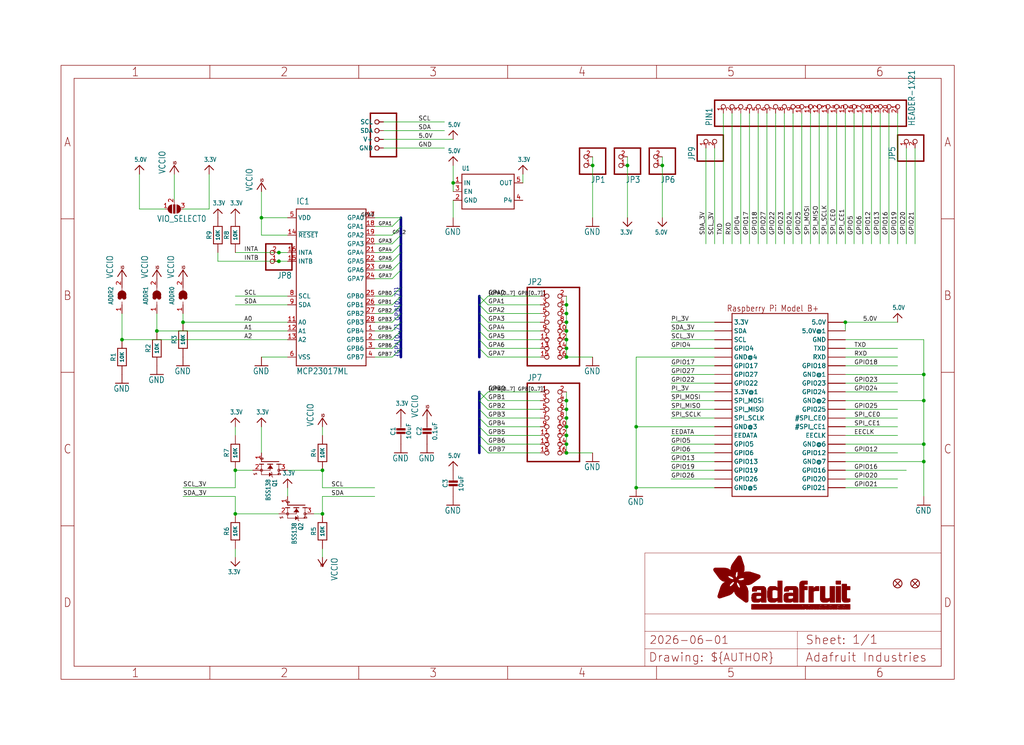
<source format=kicad_sch>
(kicad_sch (version 20230121) (generator eeschema)
  (paper "User" 298.45 217.322)
  (lib_symbols
    (symbol "working-eagle-import:3.3V" (power)
      (property "Value" "3.3V" (at -1.524 1.016 0))
      (symbol "3.3V_1_0"
        (pin power_in line (at 0 -2.54 90) (length 2.54) (name "3.3V") (number "1"))
      )
    )
    (symbol "working-eagle-import:5.0V" (power)
      (property "Value" "5.0V" (at -1.524 1.016 0))
      (symbol "5.0V_1_0"
        (pin power_in line (at 0 -2.54 90) (length 2.54) (name "5.0V") (number "1"))
      )
    )
    (symbol "working-eagle-import:CAP_CERAMIC0603_NO"
      (property "Reference" "C" (at -2.29 1.25 90))
      (symbol "CAP_CERAMIC0603_NO_1_0"
        (pin passive line (at 0 5.08 270) (length 2.54) (name "1") (number "1"))
        (pin passive line (at 0 -2.54 90) (length 2.54) (name "2") (number "2"))
      )
    )
    (symbol "working-eagle-import:CAP_CERAMIC0805-NOOUTLINE"
      (property "Reference" "C" (at -2.29 1.25 90))
      (symbol "CAP_CERAMIC0805-NOOUTLINE_1_0"
        (pin passive line (at 0 5.08 270) (length 2.54) (name "1") (number "1"))
        (pin passive line (at 0 -2.54 90) (length 2.54) (name "2") (number "2"))
      )
    )
    (symbol "working-eagle-import:FIDUCIAL_1MM")
    (symbol "working-eagle-import:FRAME_A4_ADAFRUIT"
      (symbol "FRAME_A4_ADAFRUIT_1_0"
        (text "${#}/${##}" (at 230.505 10.16 0) (effects (font (size 2.54 2.54)) (justify left bottom)))
        (text "${AUTHOR}" (at 189.23 5.08 0) (effects (font (size 2.286 2.286)) (justify left bottom)))
        (text "${CURRENT_DATE}" (at 171.45 10.16 0) (effects (font (size 2.286 2.286)) (justify left bottom)))
        (text "${PROJECTNAME}" (at 171.45 15.24 0) (effects (font (size 2.54 2.54)) (justify left bottom)))
        (text "1" (at 21.6958 1.905 0) (effects (font (size 2.54 2.286))))
        (text "1" (at 21.6958 177.165 0) (effects (font (size 2.54 2.286))))
        (text "2" (at 65.0875 1.905 0) (effects (font (size 2.54 2.286))))
        (text "2" (at 65.0875 177.165 0) (effects (font (size 2.54 2.286))))
        (text "3" (at 108.4792 1.905 0) (effects (font (size 2.54 2.286))))
        (text "3" (at 108.4792 177.165 0) (effects (font (size 2.54 2.286))))
        (text "4" (at 151.8708 1.905 0) (effects (font (size 2.54 2.286))))
        (text "4" (at 151.8708 177.165 0) (effects (font (size 2.54 2.286))))
        (text "5" (at 195.2625 1.905 0) (effects (font (size 2.54 2.286))))
        (text "5" (at 195.2625 177.165 0) (effects (font (size 2.54 2.286))))
        (text "6" (at 238.6542 1.905 0) (effects (font (size 2.54 2.286))))
        (text "6" (at 238.6542 177.165 0) (effects (font (size 2.54 2.286))))
        (text "A" (at 1.905 156.6863 0) (effects (font (size 2.54 2.286))))
        (text "A" (at 258.445 156.6863 0) (effects (font (size 2.54 2.286))))
        (text "Adafruit Industries" (at 216.916 4.953 0) (effects (font (size 2.54 2.54)) (justify left bottom)))
        (text "B" (at 1.905 111.9188 0) (effects (font (size 2.54 2.286))))
        (text "B" (at 258.445 111.9188 0) (effects (font (size 2.54 2.286))))
        (text "C" (at 1.905 67.1513 0) (effects (font (size 2.54 2.286))))
        (text "C" (at 258.445 67.1513 0) (effects (font (size 2.54 2.286))))
        (text "D" (at 1.905 22.3838 0) (effects (font (size 2.54 2.286))))
        (text "D" (at 258.445 22.3838 0) (effects (font (size 2.54 2.286))))
        (text "Drawing:" (at 171.196 4.953 0) (effects (font (size 2.54 2.54)) (justify left bottom)))
        (text "Sheet:" (at 216.916 10.033 0) (effects (font (size 2.54 2.54)) (justify left bottom)))
      )
    )
    (symbol "working-eagle-import:GND" (power)
      (property "Value" "GND" (at -2.54 -2.54 0))
      (symbol "GND_1_0"
        (pin power_in line (at 0 2.54 270) (length 2.54) (name "GND") (number "1"))
      )
    )
    (symbol "working-eagle-import:HEADER-1X21"
      (property "Reference" "PIN" (at -1.27 28.575 0))
      (symbol "HEADER-1X21_1_0"
        (pin passive inverted (at 2.54 25.4 0) (length 2.54) (name "1") (number "1"))
        (pin passive inverted (at 2.54 2.54 0) (length 2.54) (name "10") (number "10"))
        (pin passive inverted (at 2.54 0 0) (length 2.54) (name "11") (number "11"))
        (pin passive inverted (at 2.54 -2.54 0) (length 2.54) (name "12") (number "12"))
        (pin passive inverted (at 2.54 -5.08 0) (length 2.54) (name "13") (number "13"))
        (pin passive inverted (at 2.54 -7.62 0) (length 2.54) (name "14") (number "14"))
        (pin passive inverted (at 2.54 -10.16 0) (length 2.54) (name "15") (number "15"))
        (pin passive inverted (at 2.54 -12.7 0) (length 2.54) (name "16") (number "16"))
        (pin passive inverted (at 2.54 -15.24 0) (length 2.54) (name "17") (number "17"))
        (pin passive inverted (at 2.54 -17.78 0) (length 2.54) (name "18") (number "18"))
        (pin passive inverted (at 2.54 -20.32 0) (length 2.54) (name "19") (number "19"))
        (pin passive inverted (at 2.54 22.86 0) (length 2.54) (name "2") (number "2"))
        (pin passive inverted (at 2.54 -22.86 0) (length 2.54) (name "20") (number "20"))
        (pin passive inverted (at 2.54 -25.4 0) (length 2.54) (name "21") (number "21"))
        (pin passive inverted (at 2.54 20.32 0) (length 2.54) (name "3") (number "3"))
        (pin passive inverted (at 2.54 17.78 0) (length 2.54) (name "4") (number "4"))
        (pin passive inverted (at 2.54 15.24 0) (length 2.54) (name "5") (number "5"))
        (pin passive inverted (at 2.54 12.7 0) (length 2.54) (name "6") (number "6"))
        (pin passive inverted (at 2.54 10.16 0) (length 2.54) (name "7") (number "7"))
        (pin passive inverted (at 2.54 7.62 0) (length 2.54) (name "8") (number "8"))
        (pin passive inverted (at 2.54 5.08 0) (length 2.54) (name "9") (number "9"))
      )
    )
    (symbol "working-eagle-import:HEADER-1X2ROUND"
      (property "Reference" "JP" (at -6.35 5.715 0))
      (symbol "HEADER-1X2ROUND_1_0"
        (pin passive inverted (at -2.54 2.54 0) (length 2.54) (name "1") (number "1"))
        (pin passive inverted (at -2.54 0 0) (length 2.54) (name "2") (number "2"))
      )
    )
    (symbol "working-eagle-import:HEADER-2X8_SHROUDED"
      (property "Reference" "JP" (at -8.89 10.795 0))
      (symbol "HEADER-2X8_SHROUDED_1_0"
        (pin passive inverted (at -5.08 7.62 0) (length 2.54) (name "1") (number "1"))
        (pin passive inverted (at 2.54 -2.54 180) (length 2.54) (name "10") (number "10"))
        (pin passive inverted (at -5.08 -5.08 0) (length 2.54) (name "11") (number "11"))
        (pin passive inverted (at 2.54 -5.08 180) (length 2.54) (name "12") (number "12"))
        (pin passive inverted (at -5.08 -7.62 0) (length 2.54) (name "13") (number "13"))
        (pin passive inverted (at 2.54 -7.62 180) (length 2.54) (name "14") (number "14"))
        (pin passive inverted (at -5.08 -10.16 0) (length 2.54) (name "15") (number "15"))
        (pin passive inverted (at 2.54 -10.16 180) (length 2.54) (name "16") (number "16"))
        (pin passive inverted (at 2.54 7.62 180) (length 2.54) (name "2") (number "2"))
        (pin passive inverted (at -5.08 5.08 0) (length 2.54) (name "3") (number "3"))
        (pin passive inverted (at 2.54 5.08 180) (length 2.54) (name "4") (number "4"))
        (pin passive inverted (at -5.08 2.54 0) (length 2.54) (name "5") (number "5"))
        (pin passive inverted (at 2.54 2.54 180) (length 2.54) (name "6") (number "6"))
        (pin passive inverted (at -5.08 0 0) (length 2.54) (name "7") (number "7"))
        (pin passive inverted (at 2.54 0 180) (length 2.54) (name "8") (number "8"))
        (pin passive inverted (at -5.08 -2.54 0) (length 2.54) (name "9") (number "9"))
      )
    )
    (symbol "working-eagle-import:MCP23017ML"
      (property "Reference" "IC" (at -10.16 24.13 0))
      (symbol "MCP23017ML_1_0"
        (pin bidirectional line (at 12.7 -12.7 180) (length 2.54) (name "GPB4") (number "1"))
        (pin input line (at -12.7 -10.16 0) (length 2.54) (name "A0") (number "11"))
        (pin input line (at -12.7 -12.7 0) (length 2.54) (name "A1") (number "12"))
        (pin input line (at -12.7 -15.24 0) (length 2.54) (name "A2") (number "13"))
        (pin input line (at -12.7 15.24 0) (length 2.54) (name "~{RESET}") (number "14"))
        (pin output line (at -12.7 7.62 0) (length 2.54) (name "INTB") (number "15"))
        (pin output line (at -12.7 10.16 0) (length 2.54) (name "INTA") (number "16"))
        (pin bidirectional line (at 12.7 20.32 180) (length 2.54) (name "GPA0") (number "17"))
        (pin bidirectional line (at 12.7 17.78 180) (length 2.54) (name "GPA1") (number "18"))
        (pin bidirectional line (at 12.7 15.24 180) (length 2.54) (name "GPA2") (number "19"))
        (pin bidirectional line (at 12.7 -15.24 180) (length 2.54) (name "GPB5") (number "2"))
        (pin bidirectional line (at 12.7 12.7 180) (length 2.54) (name "GPA3") (number "20"))
        (pin bidirectional line (at 12.7 10.16 180) (length 2.54) (name "GPA4") (number "21"))
        (pin bidirectional line (at 12.7 7.62 180) (length 2.54) (name "GPA5") (number "22"))
        (pin bidirectional line (at 12.7 5.08 180) (length 2.54) (name "GPA6") (number "23"))
        (pin bidirectional line (at 12.7 2.54 180) (length 2.54) (name "GPA7") (number "24"))
        (pin bidirectional line (at 12.7 -2.54 180) (length 2.54) (name "GPB0") (number "25"))
        (pin bidirectional line (at 12.7 -5.08 180) (length 2.54) (name "GPB1") (number "26"))
        (pin bidirectional line (at 12.7 -7.62 180) (length 2.54) (name "GPB2") (number "27"))
        (pin bidirectional line (at 12.7 -10.16 180) (length 2.54) (name "GPB3") (number "28"))
        (pin bidirectional line (at 12.7 -17.78 180) (length 2.54) (name "GPB6") (number "3"))
        (pin bidirectional line (at 12.7 -20.32 180) (length 2.54) (name "GPB7") (number "4"))
        (pin power_in line (at -12.7 20.32 0) (length 2.54) (name "VDD") (number "5"))
        (pin power_in line (at -12.7 -20.32 0) (length 2.54) (name "VSS") (number "6"))
        (pin input line (at -12.7 -2.54 0) (length 2.54) (name "SCL") (number "8"))
        (pin bidirectional line (at -12.7 -5.08 0) (length 2.54) (name "SDA") (number "9"))
      )
    )
    (symbol "working-eagle-import:MOSFET-NWIDE"
      (property "Reference" "Q" (at 5.08 0.635 0))
      (symbol "MOSFET-NWIDE_1_0"
        (text "D" (at 3.175 3.175 0) (effects (font (size 0.8128 0.6908)) (justify left bottom)))
        (text "G" (at -1.27 -1.905 0) (effects (font (size 0.8128 0.6908)) (justify left bottom)))
        (text "S" (at 3.175 -3.81 0) (effects (font (size 0.8128 0.6908)) (justify left bottom)))
        (pin bidirectional line (at -2.54 -2.54 0) (length 2.54) (name "G") (number "1"))
        (pin bidirectional line (at 2.54 -5.08 90) (length 2.54) (name "S") (number "2"))
        (pin bidirectional line (at 2.54 5.08 270) (length 2.54) (name "D") (number "3"))
      )
    )
    (symbol "working-eagle-import:PIBONNET_STEMMA_2STEMMA_SMTTHM"
      (symbol "PIBONNET_STEMMA_2STEMMA_SMTTHM_1_0"
        (text "Raspberry Pi Model B+" (at 12.7 25.4 0) (effects (font (size 1.778 1.5113)) (justify right top)))
        (pin power_in line (at -17.78 20.32 0) (length 5.08) (name "3.3V") (number "1"))
        (pin bidirectional line (at 20.32 10.16 180) (length 5.08) (name "RXD") (number "10"))
        (pin bidirectional line (at -17.78 7.62 0) (length 5.08) (name "GPIO17") (number "11"))
        (pin bidirectional line (at 20.32 7.62 180) (length 5.08) (name "GPIO18") (number "12"))
        (pin bidirectional line (at -17.78 5.08 0) (length 5.08) (name "GPIO27") (number "13"))
        (pin power_in line (at 20.32 5.08 180) (length 5.08) (name "GND@1") (number "14"))
        (pin bidirectional line (at -17.78 2.54 0) (length 5.08) (name "GPIO22") (number "15"))
        (pin bidirectional line (at 20.32 2.54 180) (length 5.08) (name "GPIO23") (number "16"))
        (pin power_in line (at -17.78 0 0) (length 5.08) (name "3.3V@1") (number "17"))
        (pin bidirectional line (at 20.32 0 180) (length 5.08) (name "GPIO24") (number "18"))
        (pin bidirectional line (at -17.78 -2.54 0) (length 5.08) (name "SPI_MOSI") (number "19"))
        (pin power_in line (at 20.32 20.32 180) (length 5.08) (name "5.0V") (number "2"))
        (pin power_in line (at 20.32 -2.54 180) (length 5.08) (name "GND@2") (number "20"))
        (pin bidirectional line (at -17.78 -5.08 0) (length 5.08) (name "SPI_MISO") (number "21"))
        (pin bidirectional line (at 20.32 -5.08 180) (length 5.08) (name "GPIO25") (number "22"))
        (pin bidirectional line (at -17.78 -7.62 0) (length 5.08) (name "SPI_SCLK") (number "23"))
        (pin bidirectional line (at 20.32 -7.62 180) (length 5.08) (name "#SPI_CE0") (number "24"))
        (pin power_in line (at -17.78 -10.16 0) (length 5.08) (name "GND@3") (number "25"))
        (pin bidirectional line (at 20.32 -10.16 180) (length 5.08) (name "#SPI_CE1") (number "26"))
        (pin bidirectional line (at -17.78 -12.7 0) (length 5.08) (name "EEDATA") (number "27"))
        (pin bidirectional line (at 20.32 -12.7 180) (length 5.08) (name "EECLK") (number "28"))
        (pin bidirectional line (at -17.78 -15.24 0) (length 5.08) (name "GPIO5") (number "29"))
        (pin bidirectional line (at -17.78 17.78 0) (length 5.08) (name "SDA") (number "3"))
        (pin power_in line (at 20.32 -15.24 180) (length 5.08) (name "GND@6") (number "30"))
        (pin bidirectional line (at -17.78 -17.78 0) (length 5.08) (name "GPIO6") (number "31"))
        (pin bidirectional line (at 20.32 -17.78 180) (length 5.08) (name "GPIO12") (number "32"))
        (pin bidirectional line (at -17.78 -20.32 0) (length 5.08) (name "GPIO13") (number "33"))
        (pin power_in line (at 20.32 -20.32 180) (length 5.08) (name "GND@7") (number "34"))
        (pin bidirectional line (at -17.78 -22.86 0) (length 5.08) (name "GPIO19") (number "35"))
        (pin bidirectional line (at 20.32 -22.86 180) (length 5.08) (name "GPIO16") (number "36"))
        (pin bidirectional line (at -17.78 -25.4 0) (length 5.08) (name "GPIO26") (number "37"))
        (pin bidirectional line (at 20.32 -25.4 180) (length 5.08) (name "GPIO20") (number "38"))
        (pin power_in line (at -17.78 -27.94 0) (length 5.08) (name "GND@5") (number "39"))
        (pin power_in line (at 20.32 17.78 180) (length 5.08) (name "5.0V@1") (number "4"))
        (pin bidirectional line (at 20.32 -27.94 180) (length 5.08) (name "GPIO21") (number "40"))
        (pin bidirectional line (at -17.78 15.24 0) (length 5.08) (name "SCL") (number "5"))
        (pin power_in line (at 20.32 15.24 180) (length 5.08) (name "GND") (number "6"))
        (pin bidirectional line (at -17.78 12.7 0) (length 5.08) (name "GPIO4") (number "7"))
        (pin bidirectional line (at 20.32 12.7 180) (length 5.08) (name "TXD") (number "8"))
        (pin power_in line (at -17.78 10.16 0) (length 5.08) (name "GND@4") (number "9"))
        (pin power_in line (at -17.78 20.32 0) (length 5.08) (name "3.3V") (number "S1"))
        (pin bidirectional line (at 20.32 10.16 180) (length 5.08) (name "RXD") (number "S10"))
        (pin bidirectional line (at -17.78 7.62 0) (length 5.08) (name "GPIO17") (number "S11"))
        (pin bidirectional line (at 20.32 7.62 180) (length 5.08) (name "GPIO18") (number "S12"))
        (pin bidirectional line (at -17.78 5.08 0) (length 5.08) (name "GPIO27") (number "S13"))
        (pin power_in line (at 20.32 5.08 180) (length 5.08) (name "GND@1") (number "S14"))
        (pin bidirectional line (at -17.78 2.54 0) (length 5.08) (name "GPIO22") (number "S15"))
        (pin bidirectional line (at 20.32 2.54 180) (length 5.08) (name "GPIO23") (number "S16"))
        (pin power_in line (at -17.78 0 0) (length 5.08) (name "3.3V@1") (number "S17"))
        (pin bidirectional line (at 20.32 0 180) (length 5.08) (name "GPIO24") (number "S18"))
        (pin bidirectional line (at -17.78 -2.54 0) (length 5.08) (name "SPI_MOSI") (number "S19"))
        (pin power_in line (at 20.32 20.32 180) (length 5.08) (name "5.0V") (number "S2"))
        (pin power_in line (at 20.32 -2.54 180) (length 5.08) (name "GND@2") (number "S20"))
        (pin bidirectional line (at -17.78 -5.08 0) (length 5.08) (name "SPI_MISO") (number "S21"))
        (pin bidirectional line (at 20.32 -5.08 180) (length 5.08) (name "GPIO25") (number "S22"))
        (pin bidirectional line (at -17.78 -7.62 0) (length 5.08) (name "SPI_SCLK") (number "S23"))
        (pin bidirectional line (at 20.32 -7.62 180) (length 5.08) (name "#SPI_CE0") (number "S24"))
        (pin power_in line (at -17.78 -10.16 0) (length 5.08) (name "GND@3") (number "S25"))
        (pin bidirectional line (at 20.32 -10.16 180) (length 5.08) (name "#SPI_CE1") (number "S26"))
        (pin bidirectional line (at -17.78 -12.7 0) (length 5.08) (name "EEDATA") (number "S27"))
        (pin bidirectional line (at 20.32 -12.7 180) (length 5.08) (name "EECLK") (number "S28"))
        (pin bidirectional line (at -17.78 -15.24 0) (length 5.08) (name "GPIO5") (number "S29"))
        (pin bidirectional line (at -17.78 17.78 0) (length 5.08) (name "SDA") (number "S3"))
        (pin power_in line (at 20.32 -15.24 180) (length 5.08) (name "GND@6") (number "S30"))
        (pin bidirectional line (at -17.78 -17.78 0) (length 5.08) (name "GPIO6") (number "S31"))
        (pin bidirectional line (at 20.32 -17.78 180) (length 5.08) (name "GPIO12") (number "S32"))
        (pin bidirectional line (at -17.78 -20.32 0) (length 5.08) (name "GPIO13") (number "S33"))
        (pin power_in line (at 20.32 -20.32 180) (length 5.08) (name "GND@7") (number "S34"))
        (pin bidirectional line (at -17.78 -22.86 0) (length 5.08) (name "GPIO19") (number "S35"))
        (pin bidirectional line (at 20.32 -22.86 180) (length 5.08) (name "GPIO16") (number "S36"))
        (pin bidirectional line (at -17.78 -25.4 0) (length 5.08) (name "GPIO26") (number "S37"))
        (pin bidirectional line (at 20.32 -25.4 180) (length 5.08) (name "GPIO20") (number "S38"))
        (pin power_in line (at -17.78 -27.94 0) (length 5.08) (name "GND@5") (number "S39"))
        (pin power_in line (at 20.32 17.78 180) (length 5.08) (name "5.0V@1") (number "S4"))
        (pin bidirectional line (at 20.32 -27.94 180) (length 5.08) (name "GPIO21") (number "S40"))
        (pin bidirectional line (at -17.78 15.24 0) (length 5.08) (name "SCL") (number "S5"))
        (pin power_in line (at 20.32 15.24 180) (length 5.08) (name "GND") (number "S6"))
        (pin bidirectional line (at -17.78 12.7 0) (length 5.08) (name "GPIO4") (number "S7"))
        (pin bidirectional line (at 20.32 12.7 180) (length 5.08) (name "TXD") (number "S8"))
        (pin power_in line (at -17.78 10.16 0) (length 5.08) (name "GND@4") (number "S9"))
      )
      (symbol "PIBONNET_STEMMA_2STEMMA_SMTTHM_2_0"
        (pin passive inverted (at 0 5.08 0) (length 2.54) (name "GND") (number "GND"))
        (pin passive inverted (at 0 5.08 0) (length 2.54) (name "GND") (number "GND1"))
        (pin passive inverted (at 0 -2.54 0) (length 2.54) (name "SCL") (number "SCL"))
        (pin passive inverted (at 0 -2.54 0) (length 2.54) (name "SCL") (number "SCL1"))
        (pin passive inverted (at 0 0 0) (length 2.54) (name "SDA") (number "SDA"))
        (pin passive inverted (at 0 0 0) (length 2.54) (name "SDA") (number "SDA1"))
        (pin passive inverted (at 0 2.54 0) (length 2.54) (name "V+") (number "V+"))
        (pin passive inverted (at 0 2.54 0) (length 2.54) (name "V+") (number "V+1"))
      )
    )
    (symbol "working-eagle-import:RESISTOR_0603_NOOUT"
      (property "Reference" "R" (at 0 2.54 0))
      (symbol "RESISTOR_0603_NOOUT_1_0"
        (pin passive line (at -5.08 0 0) (length 2.54) (name "1") (number "1"))
        (pin passive line (at 5.08 0 180) (length 2.54) (name "2") (number "2"))
      )
    )
    (symbol "working-eagle-import:SOLDERJUMPER"
      (property "Reference" "SJ" (at -2.54 2.54 0))
      (symbol "SOLDERJUMPER_1_0"
        (pin passive line (at -5.08 0 0) (length 2.54) (name "1") (number "1"))
        (pin passive line (at 5.08 0 180) (length 2.54) (name "2") (number "2"))
      )
    )
    (symbol "working-eagle-import:SOLDERJUMPER_2WAY"
      (property "Reference" "SJ" (at -5.08 -3.81 0))
      (symbol "SOLDERJUMPER_2WAY_1_0"
        (pin passive line (at -2.54 0 0) (length 0) (name "1") (number "1"))
        (pin passive line (at 0 2.54 270) (length 0) (name "2") (number "2"))
        (pin passive line (at 2.54 0 180) (length 0) (name "3") (number "3"))
      )
    )
    (symbol "working-eagle-import:VCCIO" (power)
      (property "Value" "VCCIO" (at -2.54 -2.54 90))
      (symbol "VCCIO_1_0"
        (text "IO" (at -0.508 0.254 0) (effects (font (size 0.8128 0.6908)) (justify left bottom)))
        (pin power_in line (at 0 -2.54 90) (length 2.54) (name "VCCIO") (number "1"))
      )
    )
    (symbol "working-eagle-import:VREG_SOT23-5"
      (property "Reference" "U" (at -7.62 6.096 0))
      (symbol "VREG_SOT23-5_1_0"
        (pin power_in line (at -10.16 2.54 0) (length 2.54) (name "IN") (number "1"))
        (pin power_in line (at -10.16 -2.54 0) (length 2.54) (name "GND") (number "2"))
        (pin input line (at -10.16 0 0) (length 2.54) (name "EN") (number "3"))
        (pin bidirectional line (at 10.16 -2.54 180) (length 2.54) (name "P4") (number "4"))
        (pin power_in line (at 10.16 2.54 180) (length 2.54) (name "OUT") (number "5"))
      )
    )
  )
  (junction (at 68.58 137.16))
  (junction (at 165.1 99.06))
  (junction (at 165.1 129.54))
  (junction (at 45.72 96.52))
  (junction (at 185.42 142.24))
  (junction (at 165.1 132.08))
  (junction (at 172.72 48.26))
  (junction (at 165.1 127))
  (junction (at 81.28 76.2))
  (junction (at 246.38 93.98))
  (junction (at 165.1 88.9))
  (junction (at 93.98 149.86))
  (junction (at 269.24 116.84))
  (junction (at 93.98 137.16))
  (junction (at 269.24 134.62))
  (junction (at 165.1 121.92))
  (junction (at 165.1 101.6))
  (junction (at 165.1 124.46))
  (junction (at 165.1 104.14))
  (junction (at 35.56 99.06))
  (junction (at 185.42 124.46))
  (junction (at 165.1 116.84))
  (junction (at 132.08 53.34))
  (junction (at 165.1 119.38))
  (junction (at 165.1 96.52))
  (junction (at 165.1 91.44))
  (junction (at 68.58 149.86))
  (junction (at 182.88 48.26))
  (junction (at 269.24 109.22))
  (junction (at 81.28 73.66))
  (junction (at 193.04 48.26))
  (junction (at 269.24 129.54))
  (junction (at 76.2 63.5))
  (junction (at 165.1 93.98))
  (junction (at 53.34 93.98))
  (bus_entry (at 114.3 86.36) (size 2.54 -2.54))
  (bus_entry (at 114.3 101.6) (size 2.54 -2.54))
  (bus_entry (at 114.3 66.04) (size 2.54 -2.54))
  (bus_entry (at 114.3 73.66) (size 2.54 -2.54))
  (bus_entry (at 142.24 86.36) (size -2.54 2.54))
  (bus_entry (at 142.24 91.44) (size -2.54 -2.54))
  (bus_entry (at 142.24 132.08) (size -2.54 -2.54))
  (bus_entry (at 142.24 99.06) (size -2.54 -2.54))
  (bus_entry (at 114.3 88.9) (size 2.54 -2.54))
  (bus_entry (at 114.3 93.98) (size 2.54 -2.54))
  (bus_entry (at 142.24 96.52) (size -2.54 -2.54))
  (bus_entry (at 142.24 93.98) (size -2.54 -2.54))
  (bus_entry (at 114.3 104.14) (size 2.54 -2.54))
  (bus_entry (at 114.3 76.2) (size 2.54 -2.54))
  (bus_entry (at 142.24 116.84) (size -2.54 -2.54))
  (bus_entry (at 142.24 124.46) (size -2.54 -2.54))
  (bus_entry (at 114.3 71.12) (size 2.54 -2.54))
  (bus_entry (at 142.24 119.38) (size -2.54 -2.54))
  (bus_entry (at 114.3 99.06) (size 2.54 -2.54))
  (bus_entry (at 142.24 121.92) (size -2.54 -2.54))
  (bus_entry (at 142.24 114.3) (size -2.54 2.54))
  (bus_entry (at 142.24 88.9) (size -2.54 -2.54))
  (bus_entry (at 114.3 96.52) (size 2.54 -2.54))
  (bus_entry (at 114.3 68.58) (size 2.54 -2.54))
  (bus_entry (at 142.24 129.54) (size -2.54 -2.54))
  (bus_entry (at 142.24 104.14) (size -2.54 -2.54))
  (bus_entry (at 114.3 91.44) (size 2.54 -2.54))
  (bus_entry (at 142.24 127) (size -2.54 -2.54))
  (bus_entry (at 114.3 81.28) (size 2.54 -2.54))
  (bus_entry (at 114.3 78.74) (size 2.54 -2.54))
  (bus_entry (at 142.24 101.6) (size -2.54 -2.54))
  (wire (pts (xy 269.24 134.62) (xy 269.24 144.78)) (stroke (width 0.1524)))
  (wire (pts (xy 195.58 129.54) (xy 208.28 129.54)) (stroke (width 0.1524)))
  (wire (pts (xy 81.28 76.2) (xy 83.82 76.2)) (stroke (width 0.1524)))
  (bus (pts (xy 116.84 66.04) (xy 116.84 68.58)) (stroke (width 0.762)))
  (bus (pts (xy 139.7 119.38) (xy 139.7 121.92)) (stroke (width 0.762)))
  (wire (pts (xy 246.38 111.76) (xy 261.62 111.76)) (stroke (width 0.1524)))
  (wire (pts (xy 142.24 88.9) (xy 157.48 88.9)) (stroke (width 0.1524)))
  (wire (pts (xy 152.4 53.34) (xy 152.4 50.8)) (stroke (width 0.1524)))
  (wire (pts (xy 193.04 45.72) (xy 193.04 48.26)) (stroke (width 0.1524)))
  (wire (pts (xy 165.1 96.52) (xy 165.1 93.98)) (stroke (width 0.1524)))
  (wire (pts (xy 246.38 119.38) (xy 261.62 119.38)) (stroke (width 0.1524)))
  (wire (pts (xy 76.2 63.5) (xy 76.2 55.88)) (stroke (width 0.1524)))
  (bus (pts (xy 116.84 73.66) (xy 116.84 76.2)) (stroke (width 0.762)))
  (wire (pts (xy 165.1 119.38) (xy 165.1 121.92)) (stroke (width 0.1524)))
  (wire (pts (xy 109.22 99.06) (xy 114.3 99.06)) (stroke (width 0.1524)))
  (wire (pts (xy 109.22 101.6) (xy 114.3 101.6)) (stroke (width 0.1524)))
  (wire (pts (xy 246.38 142.24) (xy 261.62 142.24)) (stroke (width 0.1524)))
  (bus (pts (xy 116.84 99.06) (xy 116.84 101.6)) (stroke (width 0.762)))
  (wire (pts (xy 182.88 48.26) (xy 182.88 63.5)) (stroke (width 0.1524)))
  (wire (pts (xy 246.38 121.92) (xy 261.62 121.92)) (stroke (width 0.1524)))
  (wire (pts (xy 68.58 149.86) (xy 68.58 144.78)) (stroke (width 0.1524)))
  (wire (pts (xy 109.22 73.66) (xy 114.3 73.66)) (stroke (width 0.1524)))
  (wire (pts (xy 261.62 71.12) (xy 261.62 33.02)) (stroke (width 0.1524)))
  (wire (pts (xy 269.24 116.84) (xy 269.24 129.54)) (stroke (width 0.1524)))
  (wire (pts (xy 53.34 144.78) (xy 68.58 144.78)) (stroke (width 0.1524)))
  (wire (pts (xy 109.22 86.36) (xy 114.3 86.36)) (stroke (width 0.1524)))
  (wire (pts (xy 109.22 88.9) (xy 114.3 88.9)) (stroke (width 0.1524)))
  (wire (pts (xy 231.14 71.12) (xy 231.14 33.02)) (stroke (width 0.1524)))
  (wire (pts (xy 35.56 99.06) (xy 35.56 91.44)) (stroke (width 0.1524)))
  (wire (pts (xy 142.24 116.84) (xy 157.48 116.84)) (stroke (width 0.1524)))
  (wire (pts (xy 68.58 137.16) (xy 73.66 137.16)) (stroke (width 0.1524)))
  (wire (pts (xy 246.38 99.06) (xy 269.24 99.06)) (stroke (width 0.1524)))
  (wire (pts (xy 76.2 104.14) (xy 83.82 104.14)) (stroke (width 0.1524)))
  (wire (pts (xy 48.26 60.96) (xy 40.64 60.96)) (stroke (width 0.1524)))
  (wire (pts (xy 246.38 134.62) (xy 269.24 134.62)) (stroke (width 0.1524)))
  (wire (pts (xy 109.22 76.2) (xy 114.3 76.2)) (stroke (width 0.1524)))
  (wire (pts (xy 165.1 116.84) (xy 165.1 119.38)) (stroke (width 0.1524)))
  (wire (pts (xy 132.08 53.34) (xy 132.08 48.26)) (stroke (width 0.1524)))
  (wire (pts (xy 246.38 129.54) (xy 269.24 129.54)) (stroke (width 0.1524)))
  (wire (pts (xy 208.28 111.76) (xy 195.58 111.76)) (stroke (width 0.1524)))
  (wire (pts (xy 185.42 124.46) (xy 208.28 124.46)) (stroke (width 0.1524)))
  (wire (pts (xy 238.76 33.02) (xy 238.76 71.12)) (stroke (width 0.1524)))
  (wire (pts (xy 50.8 50.8) (xy 50.8 58.42)) (stroke (width 0.1524)))
  (wire (pts (xy 172.72 48.26) (xy 172.72 45.72)) (stroke (width 0.1524)))
  (wire (pts (xy 165.1 129.54) (xy 165.1 132.08)) (stroke (width 0.1524)))
  (wire (pts (xy 142.24 124.46) (xy 157.48 124.46)) (stroke (width 0.1524)))
  (wire (pts (xy 195.58 134.62) (xy 208.28 134.62)) (stroke (width 0.1524)))
  (wire (pts (xy 142.24 129.54) (xy 157.48 129.54)) (stroke (width 0.1524)))
  (wire (pts (xy 53.34 60.96) (xy 60.96 60.96)) (stroke (width 0.1524)))
  (bus (pts (xy 139.7 121.92) (xy 139.7 124.46)) (stroke (width 0.762)))
  (bus (pts (xy 139.7 124.46) (xy 139.7 127)) (stroke (width 0.762)))
  (wire (pts (xy 195.58 109.22) (xy 208.28 109.22)) (stroke (width 0.1524)))
  (wire (pts (xy 165.1 124.46) (xy 165.1 127)) (stroke (width 0.1524)))
  (wire (pts (xy 83.82 68.58) (xy 76.2 68.58)) (stroke (width 0.1524)))
  (wire (pts (xy 243.84 33.02) (xy 243.84 71.12)) (stroke (width 0.1524)))
  (wire (pts (xy 45.72 91.44) (xy 45.72 96.52)) (stroke (width 0.1524)))
  (wire (pts (xy 109.22 63.5) (xy 116.84 63.5)) (stroke (width 0.1524)))
  (wire (pts (xy 83.82 99.06) (xy 35.56 99.06)) (stroke (width 0.1524)))
  (wire (pts (xy 132.08 63.5) (xy 132.08 58.42)) (stroke (width 0.1524)))
  (wire (pts (xy 109.22 91.44) (xy 114.3 91.44)) (stroke (width 0.1524)))
  (wire (pts (xy 142.24 86.36) (xy 157.48 86.36)) (stroke (width 0.1524)))
  (wire (pts (xy 208.28 142.24) (xy 185.42 142.24)) (stroke (width 0.1524)))
  (wire (pts (xy 83.82 137.16) (xy 93.98 137.16)) (stroke (width 0.1524)))
  (wire (pts (xy 246.38 71.12) (xy 246.38 33.02)) (stroke (width 0.1524)))
  (bus (pts (xy 116.84 96.52) (xy 116.84 99.06)) (stroke (width 0.762)))
  (bus (pts (xy 116.84 93.98) (xy 116.84 96.52)) (stroke (width 0.762)))
  (wire (pts (xy 246.38 139.7) (xy 261.62 139.7)) (stroke (width 0.1524)))
  (wire (pts (xy 83.82 86.36) (xy 68.58 86.36)) (stroke (width 0.1524)))
  (wire (pts (xy 60.96 60.96) (xy 60.96 50.8)) (stroke (width 0.1524)))
  (wire (pts (xy 185.42 124.46) (xy 185.42 104.14)) (stroke (width 0.1524)))
  (bus (pts (xy 116.84 76.2) (xy 116.84 78.74)) (stroke (width 0.762)))
  (wire (pts (xy 185.42 104.14) (xy 208.28 104.14)) (stroke (width 0.1524)))
  (wire (pts (xy 111.76 38.1) (xy 129.54 38.1)) (stroke (width 0.1524)))
  (wire (pts (xy 111.76 40.64) (xy 132.08 40.64)) (stroke (width 0.1524)))
  (wire (pts (xy 68.58 124.46) (xy 68.58 127)) (stroke (width 0.1524)))
  (bus (pts (xy 116.84 83.82) (xy 116.84 86.36)) (stroke (width 0.762)))
  (wire (pts (xy 251.46 71.12) (xy 251.46 33.02)) (stroke (width 0.1524)))
  (wire (pts (xy 226.06 71.12) (xy 226.06 33.02)) (stroke (width 0.1524)))
  (wire (pts (xy 264.16 43.18) (xy 264.16 71.12)) (stroke (width 0.1524)))
  (wire (pts (xy 195.58 119.38) (xy 208.28 119.38)) (stroke (width 0.1524)))
  (wire (pts (xy 40.64 60.96) (xy 40.64 50.8)) (stroke (width 0.1524)))
  (wire (pts (xy 165.1 88.9) (xy 165.1 86.36)) (stroke (width 0.1524)))
  (wire (pts (xy 246.38 137.16) (xy 264.16 137.16)) (stroke (width 0.1524)))
  (wire (pts (xy 142.24 114.3) (xy 157.48 114.3)) (stroke (width 0.1524)))
  (wire (pts (xy 248.92 33.02) (xy 248.92 71.12)) (stroke (width 0.1524)))
  (wire (pts (xy 208.28 99.06) (xy 195.58 99.06)) (stroke (width 0.1524)))
  (bus (pts (xy 139.7 116.84) (xy 139.7 119.38)) (stroke (width 0.762)))
  (wire (pts (xy 81.28 73.66) (xy 68.58 73.66)) (stroke (width 0.1524)))
  (wire (pts (xy 132.08 53.34) (xy 132.08 55.88)) (stroke (width 0.1524)))
  (wire (pts (xy 233.68 33.02) (xy 233.68 71.12)) (stroke (width 0.1524)))
  (bus (pts (xy 139.7 129.54) (xy 139.7 132.08)) (stroke (width 0.762)))
  (wire (pts (xy 185.42 124.46) (xy 185.42 142.24)) (stroke (width 0.1524)))
  (wire (pts (xy 246.38 127) (xy 261.62 127)) (stroke (width 0.1524)))
  (wire (pts (xy 195.58 132.08) (xy 208.28 132.08)) (stroke (width 0.1524)))
  (wire (pts (xy 45.72 96.52) (xy 83.82 96.52)) (stroke (width 0.1524)))
  (bus (pts (xy 139.7 91.44) (xy 139.7 93.98)) (stroke (width 0.762)))
  (wire (pts (xy 220.98 71.12) (xy 220.98 33.02)) (stroke (width 0.1524)))
  (wire (pts (xy 241.3 71.12) (xy 241.3 33.02)) (stroke (width 0.1524)))
  (wire (pts (xy 157.48 91.44) (xy 142.24 91.44)) (stroke (width 0.1524)))
  (wire (pts (xy 261.62 104.14) (xy 246.38 104.14)) (stroke (width 0.1524)))
  (wire (pts (xy 111.76 43.18) (xy 129.54 43.18)) (stroke (width 0.1524)))
  (wire (pts (xy 246.38 106.68) (xy 261.62 106.68)) (stroke (width 0.1524)))
  (wire (pts (xy 213.36 71.12) (xy 213.36 33.02)) (stroke (width 0.1524)))
  (wire (pts (xy 195.58 114.3) (xy 208.28 114.3)) (stroke (width 0.1524)))
  (wire (pts (xy 172.72 132.08) (xy 165.1 132.08)) (stroke (width 0.1524)))
  (wire (pts (xy 195.58 137.16) (xy 208.28 137.16)) (stroke (width 0.1524)))
  (wire (pts (xy 68.58 142.24) (xy 53.34 142.24)) (stroke (width 0.1524)))
  (wire (pts (xy 93.98 144.78) (xy 109.22 144.78)) (stroke (width 0.1524)))
  (wire (pts (xy 68.58 142.24) (xy 68.58 137.16)) (stroke (width 0.1524)))
  (wire (pts (xy 81.28 149.86) (xy 68.58 149.86)) (stroke (width 0.1524)))
  (bus (pts (xy 116.84 71.12) (xy 116.84 73.66)) (stroke (width 0.762)))
  (wire (pts (xy 256.54 71.12) (xy 256.54 33.02)) (stroke (width 0.1524)))
  (wire (pts (xy 83.82 142.24) (xy 83.82 144.78)) (stroke (width 0.1524)))
  (bus (pts (xy 116.84 88.9) (xy 116.84 91.44)) (stroke (width 0.762)))
  (wire (pts (xy 165.1 127) (xy 165.1 129.54)) (stroke (width 0.1524)))
  (wire (pts (xy 53.34 93.98) (xy 53.34 91.44)) (stroke (width 0.1524)))
  (wire (pts (xy 165.1 99.06) (xy 165.1 96.52)) (stroke (width 0.1524)))
  (wire (pts (xy 266.7 71.12) (xy 266.7 43.18)) (stroke (width 0.1524)))
  (wire (pts (xy 68.58 88.9) (xy 83.82 88.9)) (stroke (width 0.1524)))
  (wire (pts (xy 269.24 129.54) (xy 269.24 134.62)) (stroke (width 0.1524)))
  (wire (pts (xy 63.5 76.2) (xy 81.28 76.2)) (stroke (width 0.1524)))
  (wire (pts (xy 142.24 104.14) (xy 157.48 104.14)) (stroke (width 0.1524)))
  (wire (pts (xy 142.24 119.38) (xy 157.48 119.38)) (stroke (width 0.1524)))
  (wire (pts (xy 210.82 33.02) (xy 210.82 71.12)) (stroke (width 0.1524)))
  (wire (pts (xy 246.38 124.46) (xy 261.62 124.46)) (stroke (width 0.1524)))
  (wire (pts (xy 109.22 96.52) (xy 114.3 96.52)) (stroke (width 0.1524)))
  (wire (pts (xy 246.38 96.52) (xy 246.38 93.98)) (stroke (width 0.1524)))
  (wire (pts (xy 165.1 121.92) (xy 165.1 124.46)) (stroke (width 0.1524)))
  (wire (pts (xy 205.74 43.18) (xy 205.74 71.12)) (stroke (width 0.1524)))
  (wire (pts (xy 172.72 48.26) (xy 172.72 63.5)) (stroke (width 0.1524)))
  (bus (pts (xy 116.84 63.5) (xy 116.84 66.04)) (stroke (width 0.762)))
  (wire (pts (xy 208.28 96.52) (xy 195.58 96.52)) (stroke (width 0.1524)))
  (wire (pts (xy 208.28 101.6) (xy 195.58 101.6)) (stroke (width 0.1524)))
  (wire (pts (xy 208.28 71.12) (xy 208.28 43.18)) (stroke (width 0.1524)))
  (wire (pts (xy 269.24 99.06) (xy 269.24 109.22)) (stroke (width 0.1524)))
  (wire (pts (xy 228.6 33.02) (xy 228.6 71.12)) (stroke (width 0.1524)))
  (wire (pts (xy 142.24 99.06) (xy 157.48 99.06)) (stroke (width 0.1524)))
  (wire (pts (xy 172.72 104.14) (xy 165.1 104.14)) (stroke (width 0.1524)))
  (wire (pts (xy 76.2 132.08) (xy 76.2 124.46)) (stroke (width 0.1524)))
  (wire (pts (xy 246.38 109.22) (xy 269.24 109.22)) (stroke (width 0.1524)))
  (wire (pts (xy 246.38 116.84) (xy 269.24 116.84)) (stroke (width 0.1524)))
  (wire (pts (xy 83.82 73.66) (xy 81.28 73.66)) (stroke (width 0.1524)))
  (wire (pts (xy 142.24 132.08) (xy 157.48 132.08)) (stroke (width 0.1524)))
  (wire (pts (xy 142.24 101.6) (xy 157.48 101.6)) (stroke (width 0.1524)))
  (wire (pts (xy 208.28 106.68) (xy 195.58 106.68)) (stroke (width 0.1524)))
  (wire (pts (xy 93.98 162.56) (xy 93.98 160.02)) (stroke (width 0.1524)))
  (wire (pts (xy 93.98 124.46) (xy 93.98 127)) (stroke (width 0.1524)))
  (wire (pts (xy 246.38 101.6) (xy 261.62 101.6)) (stroke (width 0.1524)))
  (wire (pts (xy 68.58 162.56) (xy 68.58 160.02)) (stroke (width 0.1524)))
  (wire (pts (xy 63.5 76.2) (xy 63.5 73.66)) (stroke (width 0.1524)))
  (bus (pts (xy 116.84 78.74) (xy 116.84 83.82)) (stroke (width 0.762)))
  (bus (pts (xy 139.7 101.6) (xy 139.7 104.14)) (stroke (width 0.762)))
  (bus (pts (xy 116.84 86.36) (xy 116.84 88.9)) (stroke (width 0.762)))
  (wire (pts (xy 195.58 139.7) (xy 208.28 139.7)) (stroke (width 0.1524)))
  (bus (pts (xy 116.84 91.44) (xy 116.84 93.98)) (stroke (width 0.762)))
  (wire (pts (xy 109.22 78.74) (xy 114.3 78.74)) (stroke (width 0.1524)))
  (bus (pts (xy 139.7 127) (xy 139.7 129.54)) (stroke (width 0.762)))
  (wire (pts (xy 109.22 81.28) (xy 114.3 81.28)) (stroke (width 0.1524)))
  (bus (pts (xy 139.7 99.06) (xy 139.7 101.6)) (stroke (width 0.762)))
  (wire (pts (xy 246.38 114.3) (xy 261.62 114.3)) (stroke (width 0.1524)))
  (bus (pts (xy 139.7 93.98) (xy 139.7 96.52)) (stroke (width 0.762)))
  (wire (pts (xy 109.22 66.04) (xy 114.3 66.04)) (stroke (width 0.1524)))
  (bus (pts (xy 116.84 68.58) (xy 116.84 71.12)) (stroke (width 0.762)))
  (wire (pts (xy 93.98 137.16) (xy 93.98 142.24)) (stroke (width 0.1524)))
  (bus (pts (xy 116.84 101.6) (xy 116.84 104.14)) (stroke (width 0.762)))
  (wire (pts (xy 111.76 35.56) (xy 129.54 35.56)) (stroke (width 0.1524)))
  (wire (pts (xy 76.2 68.58) (xy 76.2 63.5)) (stroke (width 0.1524)))
  (wire (pts (xy 142.24 127) (xy 157.48 127)) (stroke (width 0.1524)))
  (bus (pts (xy 139.7 114.3) (xy 139.7 116.84)) (stroke (width 0.762)))
  (wire (pts (xy 208.28 127) (xy 195.58 127)) (stroke (width 0.1524)))
  (wire (pts (xy 109.22 93.98) (xy 114.3 93.98)) (stroke (width 0.1524)))
  (bus (pts (xy 139.7 86.36) (xy 139.7 88.9)) (stroke (width 0.762)))
  (wire (pts (xy 269.24 109.22) (xy 269.24 116.84)) (stroke (width 0.1524)))
  (wire (pts (xy 165.1 93.98) (xy 165.1 91.44)) (stroke (width 0.1524)))
  (wire (pts (xy 215.9 33.02) (xy 215.9 71.12)) (stroke (width 0.1524)))
  (wire (pts (xy 109.22 71.12) (xy 114.3 71.12)) (stroke (width 0.1524)))
  (wire (pts (xy 193.04 48.26) (xy 193.04 63.5)) (stroke (width 0.1524)))
  (wire (pts (xy 223.52 33.02) (xy 223.52 71.12)) (stroke (width 0.1524)))
  (wire (pts (xy 236.22 71.12) (xy 236.22 33.02)) (stroke (width 0.1524)))
  (wire (pts (xy 142.24 93.98) (xy 157.48 93.98)) (stroke (width 0.1524)))
  (wire (pts (xy 93.98 149.86) (xy 91.44 149.86)) (stroke (width 0.1524)))
  (wire (pts (xy 142.24 121.92) (xy 157.48 121.92)) (stroke (width 0.1524)))
  (wire (pts (xy 254 33.02) (xy 254 71.12)) (stroke (width 0.1524)))
  (wire (pts (xy 165.1 101.6) (xy 165.1 99.06)) (stroke (width 0.1524)))
  (wire (pts (xy 246.38 93.98) (xy 261.62 93.98)) (stroke (width 0.1524)))
  (wire (pts (xy 182.88 48.26) (xy 182.88 45.72)) (stroke (width 0.1524)))
  (wire (pts (xy 246.38 132.08) (xy 261.62 132.08)) (stroke (width 0.1524)))
  (wire (pts (xy 83.82 93.98) (xy 53.34 93.98)) (stroke (width 0.1524)))
  (wire (pts (xy 83.82 63.5) (xy 76.2 63.5)) (stroke (width 0.1524)))
  (wire (pts (xy 142.24 96.52) (xy 157.48 96.52)) (stroke (width 0.1524)))
  (wire (pts (xy 109.22 68.58) (xy 114.3 68.58)) (stroke (width 0.1524)))
  (wire (pts (xy 195.58 116.84) (xy 208.28 116.84)) (stroke (width 0.1524)))
  (wire (pts (xy 218.44 71.12) (xy 218.44 33.02)) (stroke (width 0.1524)))
  (wire (pts (xy 109.22 104.14) (xy 114.3 104.14)) (stroke (width 0.1524)))
  (wire (pts (xy 165.1 101.6) (xy 165.1 104.14)) (stroke (width 0.1524)))
  (wire (pts (xy 165.1 91.44) (xy 165.1 88.9)) (stroke (width 0.1524)))
  (wire (pts (xy 165.1 114.3) (xy 165.1 116.84)) (stroke (width 0.1524)))
  (wire (pts (xy 93.98 142.24) (xy 109.22 142.24)) (stroke (width 0.1524)))
  (bus (pts (xy 139.7 88.9) (xy 139.7 91.44)) (stroke (width 0.762)))
  (wire (pts (xy 259.08 33.02) (xy 259.08 71.12)) (stroke (width 0.1524)))
  (wire (pts (xy 195.58 121.92) (xy 208.28 121.92)) (stroke (width 0.1524)))
  (wire (pts (xy 93.98 149.86) (xy 93.98 144.78)) (stroke (width 0.1524)))
  (bus (pts (xy 139.7 96.52) (xy 139.7 99.06)) (stroke (width 0.762)))
  (wire (pts (xy 208.28 93.98) (xy 195.58 93.98)) (stroke (width 0.1524)))
  (label "SCL" (at 71.12 86.36 0) (effects (font (size 1.2446 1.2446))))
  (label "GPIO13" (at 256.54 68.58 90) (effects (font (size 1.2446 1.2446))))
  (label "SCL_3V" (at 208.28 68.58 90) (effects (font (size 1.2446 1.2446))))
  (label "GPIO17" (at 195.58 106.68 0) (effects (font (size 1.2446 1.2446))))
  (label "GPIO22" (at 226.06 68.58 90) (effects (font (size 1.2446 1.2446))))
  (label "GPIO22" (at 195.58 111.76 0) (effects (font (size 1.2446 1.2446))))
  (label "EECLK" (at 248.92 127 0) (effects (font (size 1.2446 1.2446))))
  (label "GPIO21" (at 248.92 142.24 0) (effects (font (size 1.2446 1.2446))))
  (label "TXD" (at 248.92 101.6 0) (effects (font (size 1.2446 1.2446))))
  (label "TXD" (at 210.82 68.58 90) (effects (font (size 1.2446 1.2446))))
  (label "GPIO27" (at 223.52 68.58 90) (effects (font (size 1.2446 1.2446))))
  (label "{GPA[0..7] GPB[0..7]}" (at 142.24 86.36 0) (effects (font (size 1.016 1.016))))
  (label "GPIO24" (at 248.92 114.3 0) (effects (font (size 1.2446 1.2446))))
  (label "GPIO4" (at 195.58 101.6 0) (effects (font (size 1.2446 1.2446))))
  (label "GPIO25" (at 233.68 68.58 90) (effects (font (size 1.2446 1.2446))))
  (label "SPI_SCLK" (at 195.58 121.92 0) (effects (font (size 1.2446 1.2446))))
  (label "{GPA[0..7] GPB[0..7]}" (at 116.84 104.14 90) (effects (font (size 1.2446 1.2446))))
  (label "GPIO25" (at 248.92 119.38 0) (effects (font (size 1.2446 1.2446))))
  (label "GPIO27" (at 195.58 109.22 0) (effects (font (size 1.2446 1.2446))))
  (label "GPA0" (at 142.24 86.36 0) (effects (font (size 1.2446 1.2446))))
  (label "GPA7" (at 114.3 81.28 180) (effects (font (size 1.016 1.016))))
  (label "GPB3" (at 114.3 93.98 180) (effects (font (size 1.016 1.016))))
  (label "INTB" (at 71.12 76.2 0) (effects (font (size 1.2446 1.2446))))
  (label "GPIO19" (at 261.62 68.58 90) (effects (font (size 1.2446 1.2446))))
  (label "GPIO18" (at 248.92 106.68 0) (effects (font (size 1.2446 1.2446))))
  (label "SPI_MOSI" (at 195.58 116.84 0) (effects (font (size 1.2446 1.2446))))
  (label "GPIO13" (at 195.58 134.62 0) (effects (font (size 1.2446 1.2446))))
  (label "GPIO17" (at 218.44 68.58 90) (effects (font (size 1.2446 1.2446))))
  (label "GPB2" (at 114.3 91.44 180) (effects (font (size 1.016 1.016))))
  (label "GPIO26" (at 195.58 139.7 0) (effects (font (size 1.2446 1.2446))))
  (label "GPIO5" (at 195.58 129.54 0) (effects (font (size 1.2446 1.2446))))
  (label "SCL_3V" (at 53.34 142.24 0) (effects (font (size 1.2446 1.2446))))
  (label "GPIO24" (at 231.14 68.58 90) (effects (font (size 1.2446 1.2446))))
  (label "SPI_MISO" (at 238.76 68.58 90) (effects (font (size 1.2446 1.2446))))
  (label "GPIO20" (at 264.16 68.58 90) (effects (font (size 1.2446 1.2446))))
  (label "GPIO23" (at 248.92 111.76 0) (effects (font (size 1.2446 1.2446))))
  (label "INTA" (at 71.12 73.66 0) (effects (font (size 1.2446 1.2446))))
  (label "GPA6" (at 142.24 101.6 0) (effects (font (size 1.2446 1.2446))))
  (label "GPA2" (at 114.3 68.58 0) (effects (font (size 1.016 1.016))))
  (label "GPB5" (at 114.3 99.06 180) (effects (font (size 1.016 1.016))))
  (label "SPI_CE0" (at 248.92 121.92 0) (effects (font (size 1.2446 1.2446))))
  (label "SPI_MOSI" (at 236.22 68.58 90) (effects (font (size 1.2446 1.2446))))
  (label "A0" (at 71.12 93.98 0) (effects (font (size 1.2446 1.2446))))
  (label "GPA5" (at 114.3 76.2 180) (effects (font (size 1.016 1.016))))
  (label "GPA7" (at 142.24 104.14 0) (effects (font (size 1.2446 1.2446))))
  (label "GPB0" (at 142.24 114.3 0) (effects (font (size 1.2446 1.2446))))
  (label "GPB4" (at 142.24 124.46 0) (effects (font (size 1.2446 1.2446))))
  (label "GPA1" (at 142.24 88.9 0) (effects (font (size 1.2446 1.2446))))
  (label "SPI_MISO" (at 195.58 119.38 0) (effects (font (size 1.2446 1.2446))))
  (label "GPB6" (at 114.3 101.6 180) (effects (font (size 1.016 1.016))))
  (label "GPIO6" (at 251.46 68.58 90) (effects (font (size 1.2446 1.2446))))
  (label "GPA4" (at 114.3 73.66 180) (effects (font (size 1.016 1.016))))
  (label "GND" (at 121.92 43.18 0) (effects (font (size 1.2446 1.2446))))
  (label "GPB7" (at 114.3 104.14 180) (effects (font (size 1.016 1.016))))
  (label "5.0V" (at 121.92 40.64 0) (effects (font (size 1.2446 1.2446))))
  (label "GPB6" (at 142.24 129.54 0) (effects (font (size 1.2446 1.2446))))
  (label "SCL" (at 121.92 35.56 0) (effects (font (size 1.2446 1.2446))))
  (label "SPI_CE0" (at 243.84 68.58 90) (effects (font (size 1.2446 1.2446))))
  (label "EEDATA" (at 195.58 127 0) (effects (font (size 1.2446 1.2446))))
  (label "GPIO16" (at 259.08 68.58 90) (effects (font (size 1.2446 1.2446))))
  (label "GPA0" (at 109.22 63.5 180) (effects (font (size 1.016 1.016))))
  (label "GPB5" (at 142.24 127 0) (effects (font (size 1.2446 1.2446))))
  (label "GPIO4" (at 215.9 68.58 90) (effects (font (size 1.2446 1.2446))))
  (label "SDA" (at 96.52 144.78 0) (effects (font (size 1.2446 1.2446))))
  (label "GPIO23" (at 228.6 68.58 90) (effects (font (size 1.2446 1.2446))))
  (label "GPA3" (at 142.24 93.98 0) (effects (font (size 1.2446 1.2446))))
  (label "RXD" (at 248.92 104.14 0) (effects (font (size 1.2446 1.2446))))
  (label "SDA_3V" (at 53.34 144.78 0) (effects (font (size 1.2446 1.2446))))
  (label "GPA5" (at 142.24 99.06 0) (effects (font (size 1.2446 1.2446))))
  (label "GPB7" (at 142.24 132.08 0) (effects (font (size 1.2446 1.2446))))
  (label "SDA_3V" (at 195.58 96.52 0) (effects (font (size 1.2446 1.2446))))
  (label "PI_3V" (at 195.58 114.3 0) (effects (font (size 1.2446 1.2446))))
  (label "GPB4" (at 114.3 96.52 180) (effects (font (size 1.016 1.016))))
  (label "SDA" (at 121.92 38.1 0) (effects (font (size 1.2446 1.2446))))
  (label "SPI_CE1" (at 248.92 124.46 0) (effects (font (size 1.2446 1.2446))))
  (label "GPIO12" (at 248.92 132.08 0) (effects (font (size 1.2446 1.2446))))
  (label "PI_3V" (at 195.58 93.98 0) (effects (font (size 1.2446 1.2446))))
  (label "GPB3" (at 142.24 121.92 0) (effects (font (size 1.2446 1.2446))))
  (label "GPIO21" (at 266.7 68.58 90) (effects (font (size 1.2446 1.2446))))
  (label "GPA3" (at 114.3 71.12 180) (effects (font (size 1.016 1.016))))
  (label "SDA_3V" (at 205.74 68.58 90) (effects (font (size 1.2446 1.2446))))
  (label "GPA1" (at 114.3 66.04 180) (effects (font (size 1.016 1.016))))
  (label "GPIO20" (at 248.92 139.7 0) (effects (font (size 1.2446 1.2446))))
  (label "SPI_CE1" (at 246.38 68.58 90) (effects (font (size 1.2446 1.2446))))
  (label "GPA2" (at 142.24 91.44 0) (effects (font (size 1.2446 1.2446))))
  (label "{GPA[0..7] GPB[0..7]}" (at 142.24 114.3 0) (effects (font (size 1.016 1.016))))
  (label "GPB2" (at 142.24 119.38 0) (effects (font (size 1.2446 1.2446))))
  (label "GPIO16" (at 248.92 137.16 0) (effects (font (size 1.2446 1.2446))))
  (label "GPIO6" (at 195.58 132.08 0) (effects (font (size 1.2446 1.2446))))
  (label "GPA6" (at 114.3 78.74 180) (effects (font (size 1.016 1.016))))
  (label "SPI_SCLK" (at 241.3 68.58 90) (effects (font (size 1.2446 1.2446))))
  (label "5.0V" (at 251.46 93.98 0) (effects (font (size 1.2446 1.2446))))
  (label "A1" (at 71.12 96.52 0) (effects (font (size 1.2446 1.2446))))
  (label "GPB0" (at 114.3 86.36 180) (effects (font (size 1.016 1.016))))
  (label "SDA" (at 71.12 88.9 0) (effects (font (size 1.2446 1.2446))))
  (label "GPIO5" (at 248.92 68.58 90) (effects (font (size 1.2446 1.2446))))
  (label "GPB1" (at 114.3 88.9 180) (effects (font (size 1.016 1.016))))
  (label "RXD" (at 213.36 68.58 90) (effects (font (size 1.2446 1.2446))))
  (label "GPIO12" (at 254 68.58 90) (effects (font (size 1.2446 1.2446))))
  (label "SCL" (at 96.52 142.24 0) (effects (font (size 1.2446 1.2446))))
  (label "GPIO19" (at 195.58 137.16 0) (effects (font (size 1.2446 1.2446))))
  (label "GPIO18" (at 220.98 68.58 90) (effects (font (size 1.2446 1.2446))))
  (label "SCL_3V" (at 195.58 99.06 0) (effects (font (size 1.2446 1.2446))))
  (label "A2" (at 71.12 99.06 0) (effects (font (size 1.2446 1.2446))))
  (label "GPB1" (at 142.24 116.84 0) (effects (font (size 1.2446 1.2446))))
  (label "GPA4" (at 142.24 96.52 0) (effects (font (size 1.2446 1.2446))))
  (symbol (lib_id "working-eagle-import:3.3V") (at 68.58 60.96 0) (unit 1)
    (property "Reference" "#U$9" (effects hide))
    (property "Value" "3.3V" (at 67.056 59.944 0) (effects (font (size 1.27 1.0795)) (justify left bottom)))
  )
  (symbol (lib_id "working-eagle-import:HEADER-2X8_SHROUDED") (at 162.56 93.98 0) (unit 1)
    (property "Reference" "JP2" (at 153.67 83.185 0) (effects (font (size 1.778 1.5113)) (justify left bottom)))
    (property "Value" "HEADER-2X8_SHROUDED" (effects hide))
    (property "Footprint" "working:2X08_SHROUDED" (effects hide))
  )
  (symbol (lib_id "working-eagle-import:VCCIO") (at 45.72 78.74 0) (unit 1)
    (property "Reference" "#VCC4" (effects hide))
    (property "Value" "VCCIO" (at 43.18 81.28 90) (effects (font (size 1.778 1.5113)) (justify left bottom)))
  )
  (symbol (lib_id "working-eagle-import:CAP_CERAMIC0603_NO") (at 124.46 127 0) (unit 1)
    (property "Reference" "C2" (at 122.17 125.75 90))
    (property "Value" "0.1uF" (at 126.76 125.75 90))
    (property "Footprint" "working:0603-NO" (effects hide))
  )
  (symbol (lib_id "working-eagle-import:5.0V") (at 132.08 38.1 0) (unit 1)
    (property "Reference" "#U$15" (effects hide))
    (property "Value" "5.0V" (at 130.556 37.084 0) (effects (font (size 1.27 1.0795)) (justify left bottom)))
  )
  (symbol (lib_id "working-eagle-import:GND") (at 172.72 66.04 0) (unit 1)
    (property "Reference" "#GND5" (effects hide))
    (property "Value" "GND" (at 170.18 68.58 0) (effects (font (size 1.778 1.5113)) (justify left bottom)))
  )
  (symbol (lib_id "working-eagle-import:5.0V") (at 132.08 134.62 0) (unit 1)
    (property "Reference" "#U$18" (effects hide))
    (property "Value" "5.0V" (at 130.556 133.604 0) (effects (font (size 1.27 1.0795)) (justify left bottom)))
  )
  (symbol (lib_id "working-eagle-import:VCCIO") (at 76.2 53.34 0) (unit 1)
    (property "Reference" "#VCC2" (effects hide))
    (property "Value" "VCCIO" (at 73.66 55.88 90) (effects (font (size 1.778 1.5113)) (justify left bottom)))
  )
  (symbol (lib_id "working-eagle-import:VCCIO") (at 53.34 78.74 0) (unit 1)
    (property "Reference" "#VCC5" (effects hide))
    (property "Value" "VCCIO" (at 50.8 81.28 90) (effects (font (size 1.778 1.5113)) (justify left bottom)))
  )
  (symbol (lib_id "working-eagle-import:HEADER-1X2ROUND") (at 180.34 45.72 180) (unit 1)
    (property "Reference" "JP3" (at 186.69 51.435 0) (effects (font (size 1.778 1.5113)) (justify left bottom)))
    (property "Value" "HEADER-1X2ROUND" (effects hide))
    (property "Footprint" "working:1X02_ROUND" (effects hide))
  )
  (symbol (lib_id "working-eagle-import:GND") (at 132.08 147.32 0) (unit 1)
    (property "Reference" "#GND13" (effects hide))
    (property "Value" "GND" (at 129.54 149.86 0) (effects (font (size 1.778 1.5113)) (justify left bottom)))
  )
  (symbol (lib_id "working-eagle-import:RESISTOR_0603_NOOUT") (at 68.58 154.94 90) (unit 1)
    (property "Reference" "R6" (at 66.04 154.94 0))
    (property "Value" "10K" (at 68.58 154.94 0) (effects (font (size 1.016 1.016) bold)))
    (property "Footprint" "working:0603-NO" (effects hide))
  )
  (symbol (lib_id "working-eagle-import:HEADER-1X2ROUND") (at 266.7 40.64 90) (unit 1)
    (property "Reference" "JP5" (at 260.985 46.99 0) (effects (font (size 1.778 1.5113)) (justify left bottom)))
    (property "Value" "HEADER-1X2ROUND" (effects hide))
    (property "Footprint" "working:1X02_ROUND" (effects hide))
  )
  (symbol (lib_id "working-eagle-import:GND") (at 116.84 132.08 0) (unit 1)
    (property "Reference" "#GND10" (effects hide))
    (property "Value" "GND" (at 114.3 134.62 0) (effects (font (size 1.778 1.5113)) (justify left bottom)))
  )
  (symbol (lib_id "working-eagle-import:3.3V") (at 68.58 121.92 0) (unit 1)
    (property "Reference" "#U$5" (effects hide))
    (property "Value" "3.3V" (at 67.056 120.904 0) (effects (font (size 1.27 1.0795)) (justify left bottom)))
  )
  (symbol (lib_id "working-eagle-import:FIDUCIAL_1MM") (at 266.7 170.18 0) (unit 1)
    (property "Reference" "FID2" (effects hide))
    (property "Value" "FIDUCIAL_1MM" (effects hide))
    (property "Footprint" "working:FIDUCIAL_1MM" (effects hide))
  )
  (symbol (lib_id "working-eagle-import:SOLDERJUMPER") (at 45.72 86.36 90) (unit 1)
    (property "Reference" "ADDR1" (at 43.18 88.9 0) (effects (font (size 1.27 1.0795)) (justify left bottom)))
    (property "Value" "SOLDERJUMPER" (effects hide))
    (property "Footprint" "working:SOLDERJUMPER_ARROW_NOPASTE" (effects hide))
  )
  (symbol (lib_id "working-eagle-import:3.3V") (at 182.88 66.04 180) (unit 1)
    (property "Reference" "#U$3" (effects hide))
    (property "Value" "3.3V" (at 184.404 67.056 0) (effects (font (size 1.27 1.0795)) (justify left bottom)))
  )
  (symbol (lib_id "working-eagle-import:HEADER-2X8_SHROUDED") (at 162.56 121.92 0) (unit 1)
    (property "Reference" "JP7" (at 153.67 111.125 0) (effects (font (size 1.778 1.5113)) (justify left bottom)))
    (property "Value" "HEADER-2X8_SHROUDED" (effects hide))
    (property "Footprint" "working:2X08_SHROUDED" (effects hide))
  )
  (symbol (lib_id "working-eagle-import:VREG_SOT23-5") (at 142.24 55.88 0) (unit 1)
    (property "Reference" "U1" (at 134.62 49.784 0) (effects (font (size 1.27 1.0795)) (justify left bottom)))
    (property "Value" "VREG_SOT23-5" (effects hide))
    (property "Footprint" "working:SOT23-5" (effects hide))
  )
  (symbol (lib_id "working-eagle-import:GND") (at 172.72 106.68 0) (unit 1)
    (property "Reference" "#GND9" (effects hide))
    (property "Value" "GND" (at 170.18 109.22 0) (effects (font (size 1.778 1.5113)) (justify left bottom)))
  )
  (symbol (lib_id "working-eagle-import:HEADER-1X2ROUND") (at 208.28 40.64 90) (unit 1)
    (property "Reference" "JP9" (at 202.565 46.99 0) (effects (font (size 1.778 1.5113)) (justify left bottom)))
    (property "Value" "HEADER-1X2ROUND" (effects hide))
    (property "Footprint" "working:1X02_ROUND" (effects hide))
  )
  (symbol (lib_id "working-eagle-import:RESISTOR_0603_NOOUT") (at 68.58 132.08 90) (unit 1)
    (property "Reference" "R7" (at 66.04 132.08 0))
    (property "Value" "10K" (at 68.58 132.08 0) (effects (font (size 1.016 1.016) bold)))
    (property "Footprint" "working:0603-NO" (effects hide))
  )
  (symbol (lib_id "working-eagle-import:3.3V") (at 152.4 48.26 0) (unit 1)
    (property "Reference" "#U$16" (effects hide))
    (property "Value" "3.3V" (at 150.876 47.244 0) (effects (font (size 1.27 1.0795)) (justify left bottom)))
  )
  (symbol (lib_id "working-eagle-import:5.0V") (at 193.04 66.04 180) (unit 1)
    (property "Reference" "#U$22" (effects hide))
    (property "Value" "5.0V" (at 194.564 67.056 0) (effects (font (size 1.27 1.0795)) (justify left bottom)))
  )
  (symbol (lib_id "working-eagle-import:3.3V") (at 68.58 165.1 180) (unit 1)
    (property "Reference" "#U$8" (effects hide))
    (property "Value" "3.3V" (at 70.104 166.116 0) (effects (font (size 1.27 1.0795)) (justify left bottom)))
  )
  (symbol (lib_id "working-eagle-import:GND") (at 76.2 106.68 0) (unit 1)
    (property "Reference" "#GND3" (effects hide))
    (property "Value" "GND" (at 73.66 109.22 0) (effects (font (size 1.778 1.5113)) (justify left bottom)))
  )
  (symbol (lib_id "working-eagle-import:VCCIO") (at 50.8 48.26 0) (unit 1)
    (property "Reference" "#VCC1" (effects hide))
    (property "Value" "VCCIO" (at 48.26 50.8 90) (effects (font (size 1.778 1.5113)) (justify left bottom)))
  )
  (symbol (lib_id "working-eagle-import:GND") (at 124.46 132.08 0) (unit 1)
    (property "Reference" "#GND11" (effects hide))
    (property "Value" "GND" (at 121.92 134.62 0) (effects (font (size 1.778 1.5113)) (justify left bottom)))
  )
  (symbol (lib_id "working-eagle-import:RESISTOR_0603_NOOUT") (at 63.5 68.58 90) (unit 1)
    (property "Reference" "R9" (at 60.96 68.58 0))
    (property "Value" "10K" (at 63.5 68.58 0) (effects (font (size 1.016 1.016) bold)))
    (property "Footprint" "working:0603-NO" (effects hide))
  )
  (symbol (lib_id "working-eagle-import:CAP_CERAMIC0805-NOOUTLINE") (at 132.08 142.24 0) (unit 1)
    (property "Reference" "C3" (at 129.79 140.99 90))
    (property "Value" "10uF" (at 134.38 140.99 90))
    (property "Footprint" "working:0805-NO" (effects hide))
  )
  (symbol (lib_id "working-eagle-import:HEADER-1X2ROUND") (at 190.5 45.72 180) (unit 1)
    (property "Reference" "JP6" (at 196.85 51.435 0) (effects (font (size 1.778 1.5113)) (justify left bottom)))
    (property "Value" "HEADER-1X2ROUND" (effects hide))
    (property "Footprint" "working:1X02_ROUND" (effects hide))
  )
  (symbol (lib_id "working-eagle-import:GND") (at 269.24 147.32 0) (unit 1)
    (property "Reference" "#GND2" (effects hide))
    (property "Value" "GND" (at 266.7 149.86 0) (effects (font (size 1.778 1.5113)) (justify left bottom)))
  )
  (symbol (lib_id "working-eagle-import:5.0V") (at 40.64 48.26 0) (unit 1)
    (property "Reference" "#U$1" (effects hide))
    (property "Value" "5.0V" (at 39.116 47.244 0) (effects (font (size 1.27 1.0795)) (justify left bottom)))
  )
  (symbol (lib_id "working-eagle-import:FRAME_A4_ADAFRUIT") (at 17.78 198.12 0) (unit 1)
    (property "Reference" "#U$7" (effects hide))
    (property "Value" "FRAME_A4_ADAFRUIT" (effects hide))
  )
  (symbol (lib_id "working-eagle-import:3.3V") (at 83.82 139.7 0) (unit 1)
    (property "Reference" "#U$11" (effects hide))
    (property "Value" "3.3V" (at 82.296 138.684 0) (effects (font (size 1.27 1.0795)) (justify left bottom)))
  )
  (symbol (lib_id "working-eagle-import:RESISTOR_0603_NOOUT") (at 93.98 132.08 90) (unit 1)
    (property "Reference" "R4" (at 91.44 132.08 0))
    (property "Value" "10K" (at 93.98 132.08 0) (effects (font (size 1.016 1.016) bold)))
    (property "Footprint" "working:0603-NO" (effects hide))
  )
  (symbol (lib_id "working-eagle-import:VCCIO") (at 93.98 165.1 180) (unit 1)
    (property "Reference" "#VCC7" (effects hide))
    (property "Value" "VCCIO" (at 96.52 162.56 90) (effects (font (size 1.778 1.5113)) (justify left bottom)))
  )
  (symbol (lib_id "working-eagle-import:RESISTOR_0603_NOOUT") (at 53.34 99.06 90) (unit 1)
    (property "Reference" "R3" (at 50.8 99.06 0))
    (property "Value" "10K" (at 53.34 99.06 0) (effects (font (size 1.016 1.016) bold)))
    (property "Footprint" "working:0603-NO" (effects hide))
  )
  (symbol (lib_id "working-eagle-import:GND") (at 45.72 109.22 0) (unit 1)
    (property "Reference" "#GND6" (effects hide))
    (property "Value" "GND" (at 43.18 111.76 0) (effects (font (size 1.778 1.5113)) (justify left bottom)))
  )
  (symbol (lib_id "working-eagle-import:SOLDERJUMPER") (at 53.34 86.36 90) (unit 1)
    (property "Reference" "ADDR0" (at 50.8 88.9 0) (effects (font (size 1.27 1.0795)) (justify left bottom)))
    (property "Value" "SOLDERJUMPER" (effects hide))
    (property "Footprint" "working:SOLDERJUMPER_ARROW_NOPASTE" (effects hide))
  )
  (symbol (lib_id "working-eagle-import:HEADER-1X21") (at 236.22 35.56 90) (unit 1)
    (property "Reference" "PIN1" (at 207.645 36.83 0) (effects (font (size 1.778 1.5113)) (justify left bottom)))
    (property "Value" "HEADER-1X21" (at 266.7 36.83 0) (effects (font (size 1.778 1.5113)) (justify left bottom)))
    (property "Footprint" "working:1X21_ROUND_70MIL" (effects hide))
  )
  (symbol (lib_id "working-eagle-import:PIBONNET_STEMMA_2STEMMA_SMTTHM") (at 226.06 114.3 0) (unit 1)
    (property "Reference" "RPI2" (effects hide))
    (property "Value" "PIBONNET_STEMMA_2STEMMA_SMTTHM" (effects hide))
    (property "Footprint" "working:PI_BONNET_2STEMMA_SMT" (effects hide))
  )
  (symbol (lib_id "working-eagle-import:CAP_CERAMIC0805-NOOUTLINE") (at 116.84 127 0) (unit 1)
    (property "Reference" "C1" (at 114.55 125.75 90))
    (property "Value" "10uF" (at 119.14 125.75 90))
    (property "Footprint" "working:0805-NO" (effects hide))
  )
  (symbol (lib_id "working-eagle-import:PIBONNET_STEMMA_2STEMMA_SMTTHM") (at 111.76 38.1 180) (unit 2)
    (property "Reference" "RPI2" (effects hide))
    (property "Value" "PIBONNET_STEMMA_2STEMMA_SMTTHM" (effects hide))
    (property "Footprint" "working:PI_BONNET_2STEMMA_SMT" (effects hide))
  )
  (symbol (lib_id "working-eagle-import:SOLDERJUMPER") (at 35.56 86.36 90) (unit 1)
    (property "Reference" "ADDR2" (at 33.02 88.9 0) (effects (font (size 1.27 1.0795)) (justify left bottom)))
    (property "Value" "SOLDERJUMPER" (effects hide))
    (property "Footprint" "working:SOLDERJUMPER_ARROW_NOPASTE" (effects hide))
  )
  (symbol (lib_id "working-eagle-import:3.3V") (at 116.84 119.38 0) (unit 1)
    (property "Reference" "#U$2" (effects hide))
    (property "Value" "3.3V" (at 115.316 118.364 0) (effects (font (size 1.27 1.0795)) (justify left bottom)))
  )
  (symbol (lib_id "working-eagle-import:RESISTOR_0603_NOOUT") (at 93.98 154.94 90) (unit 1)
    (property "Reference" "R5" (at 91.44 154.94 0))
    (property "Value" "10K" (at 93.98 154.94 0) (effects (font (size 1.016 1.016) bold)))
    (property "Footprint" "working:0603-NO" (effects hide))
  )
  (symbol (lib_id "working-eagle-import:5.0V") (at 261.62 91.44 0) (unit 1)
    (property "Reference" "#U$14" (effects hide))
    (property "Value" "5.0V" (at 260.096 90.424 0) (effects (font (size 1.27 1.0795)) (justify left bottom)))
  )
  (symbol (lib_id "working-eagle-import:MOSFET-NWIDE") (at 78.74 134.62 270) (unit 1)
    (property "Reference" "Q1" (at 79.375 139.7 0) (effects (font (size 1.27 1.0795)) (justify left bottom)))
    (property "Value" "BSS138" (at 77.47 139.7 0) (effects (font (size 1.27 1.0795)) (justify left bottom)))
    (property "Footprint" "working:SOT23-WIDE" (effects hide))
  )
  (symbol (lib_id "working-eagle-import:VCCIO") (at 93.98 121.92 0) (unit 1)
    (property "Reference" "#VCC6" (effects hide))
    (property "Value" "VCCIO" (at 91.44 124.46 90) (effects (font (size 1.778 1.5113)) (justify left bottom)))
  )
  (symbol (lib_id "working-eagle-import:VCCIO") (at 35.56 78.74 0) (unit 1)
    (property "Reference" "#VCC3" (effects hide))
    (property "Value" "VCCIO" (at 33.02 81.28 90) (effects (font (size 1.778 1.5113)) (justify left bottom)))
  )
  (symbol (lib_id "working-eagle-import:GND") (at 132.08 66.04 0) (unit 1)
    (property "Reference" "#GND12" (effects hide))
    (property "Value" "GND" (at 129.54 68.58 0) (effects (font (size 1.778 1.5113)) (justify left bottom)))
  )
  (symbol (lib_id "working-eagle-import:3.3V") (at 60.96 48.26 0) (unit 1)
    (property "Reference" "#U$4" (effects hide))
    (property "Value" "3.3V" (at 59.436 47.244 0) (effects (font (size 1.27 1.0795)) (justify left bottom)))
  )
  (symbol (lib_id "working-eagle-import:GND") (at 35.56 111.76 0) (unit 1)
    (property "Reference" "#GND4" (effects hide))
    (property "Value" "GND" (at 33.02 114.3 0) (effects (font (size 1.778 1.5113)) (justify left bottom)))
  )
  (symbol (lib_id "working-eagle-import:RESISTOR_0603_NOOUT") (at 35.56 104.14 90) (unit 1)
    (property "Reference" "R1" (at 33.02 104.14 0))
    (property "Value" "10K" (at 35.56 104.14 0) (effects (font (size 1.016 1.016) bold)))
    (property "Footprint" "working:0603-NO" (effects hide))
  )
  (symbol (lib_id "working-eagle-import:RESISTOR_0603_NOOUT") (at 68.58 68.58 90) (unit 1)
    (property "Reference" "R8" (at 66.04 68.58 0))
    (property "Value" "10K" (at 68.58 68.58 0) (effects (font (size 1.016 1.016) bold)))
    (property "Footprint" "working:0603-NO" (effects hide))
  )
  (symbol (lib_id "working-eagle-import:3.3V") (at 63.5 60.96 0) (unit 1)
    (property "Reference" "#U$10" (effects hide))
    (property "Value" "3.3V" (at 61.976 59.944 0) (effects (font (size 1.27 1.0795)) (justify left bottom)))
  )
  (symbol (lib_id "working-eagle-import:MCP23017ML") (at 96.52 83.82 0) (unit 1)
    (property "Reference" "IC1" (at 86.36 59.69 0) (effects (font (size 1.778 1.5113)) (justify left bottom)))
    (property "Value" "MCP23017ML" (at 86.36 109.22 0) (effects (font (size 1.778 1.5113)) (justify left bottom)))
    (property "Footprint" "working:QFN28-ML_6X6MM" (effects hide))
  )
  (symbol (lib_id "working-eagle-import:VCCIO") (at 124.46 119.38 0) (unit 1)
    (property "Reference" "#VCC9" (effects hide))
    (property "Value" "VCCIO" (at 121.92 121.92 90) (effects (font (size 1.778 1.5113)) (justify left bottom)))
  )
  (symbol (lib_id "working-eagle-import:HEADER-1X2ROUND") (at 78.74 73.66 180) (unit 1)
    (property "Reference" "JP8" (at 85.09 79.375 0) (effects (font (size 1.778 1.5113)) (justify left bottom)))
    (property "Value" "HEADER-1X2ROUND" (effects hide))
    (property "Footprint" "working:1X02_ROUND" (effects hide))
  )
  (symbol (lib_id "working-eagle-import:3.3V") (at 76.2 121.92 0) (unit 1)
    (property "Reference" "#U$6" (effects hide))
    (property "Value" "3.3V" (at 74.676 120.904 0) (effects (font (size 1.27 1.0795)) (justify left bottom)))
  )
  (symbol (lib_id "working-eagle-import:SOLDERJUMPER_2WAY") (at 50.8 60.96 0) (unit 1)
    (property "Reference" "VIO_SELECT0" (at 45.72 64.77 0) (effects (font (size 1.778 1.5113)) (justify left bottom)))
    (property "Value" "SOLDERJUMPER_2WAY" (effects hide))
    (property "Footprint" "working:SOLDERJUMPER_2WAY_OPEN_NOPASTE" (effects hide))
  )
  (symbol (lib_id "working-eagle-import:MOSFET-NWIDE") (at 86.36 147.32 270) (unit 1)
    (property "Reference" "Q2" (at 86.995 152.4 0) (effects (font (size 1.27 1.0795)) (justify left bottom)))
    (property "Value" "BSS138" (at 85.09 152.4 0) (effects (font (size 1.27 1.0795)) (justify left bottom)))
    (property "Footprint" "working:SOT23-WIDE" (effects hide))
  )
  (symbol (lib_id "working-eagle-import:GND") (at 172.72 134.62 0) (unit 1)
    (property "Reference" "#GND8" (effects hide))
    (property "Value" "GND" (at 170.18 137.16 0) (effects (font (size 1.778 1.5113)) (justify left bottom)))
  )
  (symbol (lib_id "working-eagle-import:RESISTOR_0603_NOOUT") (at 45.72 101.6 90) (unit 1)
    (property "Reference" "R2" (at 43.18 101.6 0))
    (property "Value" "10K" (at 45.72 101.6 0) (effects (font (size 1.016 1.016) bold)))
    (property "Footprint" "working:0603-NO" (effects hide))
  )
  (symbol (lib_id "working-eagle-import:5.0V") (at 132.08 45.72 0) (unit 1)
    (property "Reference" "#U$17" (effects hide))
    (property "Value" "5.0V" (at 130.556 44.704 0) (effects (font (size 1.27 1.0795)) (justify left bottom)))
  )
  (symbol (lib_id "working-eagle-import:GND") (at 185.42 144.78 0) (unit 1)
    (property "Reference" "#GND1" (effects hide))
    (property "Value" "GND" (at 182.88 147.32 0) (effects (font (size 1.778 1.5113)) (justify left bottom)))
  )
  (symbol (lib_id "working-eagle-import:GND") (at 53.34 106.68 0) (unit 1)
    (property "Reference" "#GND7" (effects hide))
    (property "Value" "GND" (at 50.8 109.22 0) (effects (font (size 1.778 1.5113)) (justify left bottom)))
  )
  (symbol (lib_id "working-eagle-import:FIDUCIAL_1MM") (at 261.62 170.18 0) (unit 1)
    (property "Reference" "FID1" (effects hide))
    (property "Value" "FIDUCIAL_1MM" (effects hide))
    (property "Footprint" "working:FIDUCIAL_1MM" (effects hide))
  )
  (symbol (lib_id "working-eagle-import:HEADER-1X2ROUND") (at 170.18 45.72 180) (unit 1)
    (property "Reference" "JP1" (at 176.53 51.435 0) (effects (font (size 1.778 1.5113)) (justify left bottom)))
    (property "Value" "HEADER-1X2ROUND" (effects hide))
    (property "Footprint" "working:1X02_ROUND" (effects hide))
  )
)
</source>
